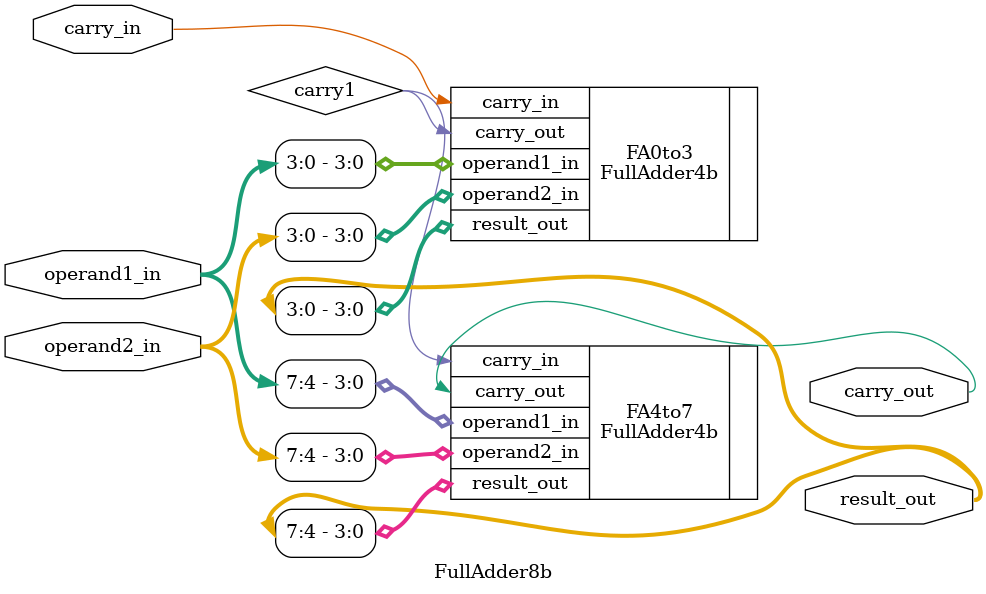
<source format=sv>
/*
Description:
8 bit Full Adder

I/O:
Inputs: operand1(8-bit), operand2(8-bit), carry_in (1-bit)
Outputs: result_out (8-bit), carry_out (1-bit)

Internal Functions:
Ripple carry adder of two 8-bit values using 4-bit full adders
*/

module FullAdder8b(
   input logic [7:0] operand1_in,
   input logic [7:0] operand2_in,
   input logic carry_in,
   output logic [7:0] result_out,
   output logic carry_out
);

logic carry1; // intermediate carry 

FullAdder4b FA0to3 (.operand1_in(operand1_in[3:0]), .operand2_in(operand2_in[3:0]), 
                 .carry_in(carry_in), .result_out(result_out[3:0]), .carry_out(carry1));
FullAdder4b FA4to7 (.operand1_in(operand1_in[7:4]), .operand2_in(operand2_in[7:4]), 
                 .carry_in(carry1), .result_out(result_out[7:4]), .carry_out(carry_out));

endmodule


</source>
